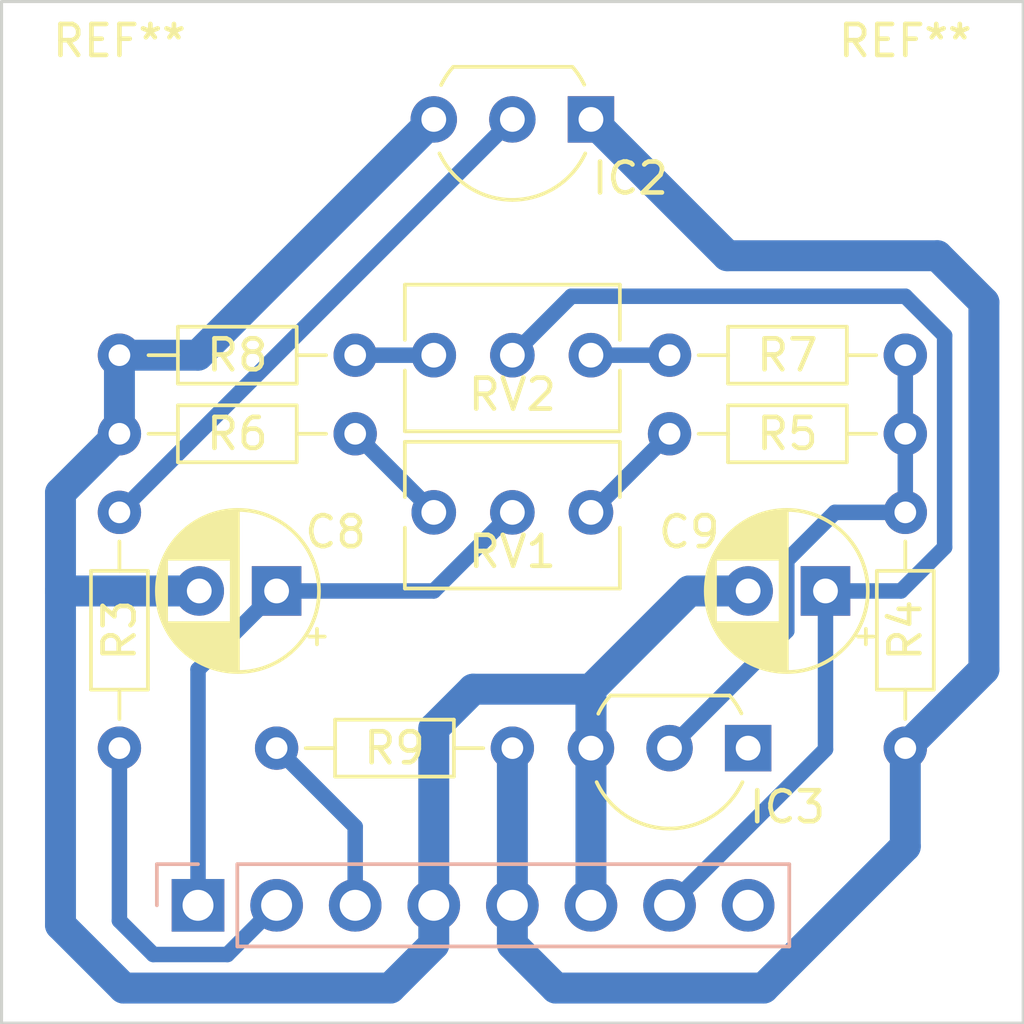
<source format=kicad_pcb>
(kicad_pcb (version 20221018) (generator pcbnew)
  (layers (0 "F.Cu" signal) (31 "B.Cu" signal) (34 "B.Paste" user) (35 "F.Paste" user) (36 "B.SilkS" user "B.Silkscreen") (37 "F.SilkS" user "F.Silkscreen") (38 "B.Mask" user) (39 "F.Mask" user) (44 "Edge.Cuts" user))
  (net 0 "")
  (net 1 "Net-(J2-Pin_1)")
  (net 2 "Net-(IC2-GND)")
  (net 3 "Net-(IC2-V_{OUT})")
  (net 4 "Net-(IC3-K)")
  (net 5 "Net-(R5-Pad2)")
  (net 6 "Net-(R6-Pad1)")
  (net 7 "Net-(R7-Pad2)")
  (net 8 "Net-(R8-Pad1)")
  (net 9 "Net-(J2-Pin_7)")
  (net 10 "Net-(IC2-+V_{S})")
  (net 11 "Net-(J2-Pin_2)")
  (net 12 "Net-(J2-Pin_3)")
  (footprint "MountingHole:MountingHole_3.2mm_M3" (layer "F.Cu") (at 67.31 58.42)
    (fp_text reference "REF**" (at 0 -2.54) (layer "F.SilkS"))
    (fp_text value "MountingHole_3.2mm_M3" hide)
    (pad "" np_thru_hole circle (at 0 0) (size 3.2 3.2) (drill 3.2) (layers "*.Cu" "*.Mask"))
  )
  (footprint "Resistor_THT:R_Axial_DIN0204_L3.6mm_D1.6mm_P7.62mm_Horizontal" (layer "F.Cu") (at 80.01 78.74 180)
    (fp_text reference "R9" (at 3.81 0) (layer "F.SilkS"))
    (fp_text value "27k" hide)
    (fp_line (start 0.94 0) (end 1.89 0) (stroke (width 0.12)) (layer "F.SilkS"))
    (fp_line (start 1.89 -0.92) (end 1.89 0.92) (stroke (width 0.12)) (layer "F.SilkS"))
    (fp_line (start 1.89 0.92) (end 5.73 0.92) (stroke (width 0.12)) (layer "F.SilkS"))
    (fp_line (start 5.73 -0.92) (end 1.89 -0.92) (stroke (width 0.12)) (layer "F.SilkS"))
    (fp_line (start 5.73 0.92) (end 5.73 -0.92) (stroke (width 0.12)) (layer "F.SilkS"))
    (fp_line (start 6.68 0) (end 5.73 0) (stroke (width 0.12)) (layer "F.SilkS"))
    (pad "1" thru_hole circle (at 0 0 180) (size 1.4 1.4) (drill 0.7) (layers "*.Cu" "*.Mask") (net 10 "Net-(IC2-+V_{S})"))
    (pad "2" thru_hole oval (at 7.62 0 180) (size 1.4 1.4) (drill 0.7) (layers "*.Cu" "*.Mask") (net 12 "Net-(J2-Pin_3)"))
  )
  (footprint "Package_TO_SOT_THT:TO-92L_Inline_Wide" (layer "F.Cu") (at 82.55 58.42 180)
    (fp_text reference "IC2" (at -1.27 -1.905 180) (layer "F.SilkS"))
    (fp_text value "TMP36" hide)
    (fp_line (start 0.6 1.7) (end 4.45 1.7) (stroke (width 0.12)) (layer "F.SilkS"))
    (fp_arc (start 0.1836 -1.098807) (mid 1.143021 -2.192817) (end 2.54 -2.6) (stroke (width 0.12)) (layer "F.SilkS"))
    (fp_arc (start 0.6 1.7) (mid 0.389183 1.423933) (end 0.217369 1.122045) (stroke (width 0.12)) (layer "F.SilkS"))
    (fp_arc (start 2.54 -2.6) (mid 3.936979 -2.192818) (end 4.8964 -1.098807) (stroke (width 0.12)) (layer "F.SilkS"))
    (fp_arc (start 4.842383 1.112264) (mid 4.666594 1.419753) (end 4.45 1.7) (stroke (width 0.12)) (layer "F.SilkS"))
    (pad "1" thru_hole rect (at 0 0 180) (size 1.5 1.5) (drill 0.8) (layers "*.Cu" "*.Mask") (net 10 "Net-(IC2-+V_{S})"))
    (pad "2" thru_hole circle (at 2.54 0 180) (size 1.5 1.5) (drill 0.8) (layers "*.Cu" "*.Mask") (net 3 "Net-(IC2-V_{OUT})"))
    (pad "3" thru_hole circle (at 5.08 0 180) (size 1.5 1.5) (drill 0.8) (layers "*.Cu" "*.Mask") (net 2 "Net-(IC2-GND)"))
  )
  (footprint "Resistor_THT:R_Axial_DIN0204_L3.6mm_D1.6mm_P7.62mm_Horizontal" (layer "F.Cu") (at 92.71 68.58 180)
    (fp_text reference "R5" (at 3.81 0) (layer "F.SilkS"))
    (fp_text value "100k" hide)
    (fp_line (start 0.94 0) (end 1.89 0) (stroke (width 0.12)) (layer "F.SilkS"))
    (fp_line (start 1.89 -0.92) (end 1.89 0.92) (stroke (width 0.12)) (layer "F.SilkS"))
    (fp_line (start 1.89 0.92) (end 5.73 0.92) (stroke (width 0.12)) (layer "F.SilkS"))
    (fp_line (start 5.73 -0.92) (end 1.89 -0.92) (stroke (width 0.12)) (layer "F.SilkS"))
    (fp_line (start 5.73 0.92) (end 5.73 -0.92) (stroke (width 0.12)) (layer "F.SilkS"))
    (fp_line (start 6.68 0) (end 5.73 0) (stroke (width 0.12)) (layer "F.SilkS"))
    (pad "1" thru_hole circle (at 0 0 180) (size 1.4 1.4) (drill 0.7) (layers "*.Cu" "*.Mask") (net 4 "Net-(IC3-K)"))
    (pad "2" thru_hole oval (at 7.62 0 180) (size 1.4 1.4) (drill 0.7) (layers "*.Cu" "*.Mask") (net 5 "Net-(R5-Pad2)"))
  )
  (footprint "MountingHole:MountingHole_3.2mm_M3" (layer "F.Cu") (at 92.71 58.42)
    (fp_text reference "REF**" (at 0 -2.54) (layer "F.SilkS"))
    (fp_text value "MountingHole_3.2mm_M3" hide)
    (pad "" np_thru_hole circle (at 0 0) (size 3.2 3.2) (drill 3.2) (layers "F&B.Cu" "*.Mask"))
  )
  (footprint "Resistor_THT:R_Axial_DIN0204_L3.6mm_D1.6mm_P7.62mm_Horizontal" (layer "F.Cu") (at 92.71 66.04 180)
    (fp_text reference "R7" (at 3.81 0) (layer "F.SilkS"))
    (fp_text value "20k" hide)
    (fp_line (start 0.94 0) (end 1.89 0) (stroke (width 0.12)) (layer "F.SilkS"))
    (fp_line (start 1.89 -0.92) (end 1.89 0.92) (stroke (width 0.12)) (layer "F.SilkS"))
    (fp_line (start 1.89 0.92) (end 5.73 0.92) (stroke (width 0.12)) (layer "F.SilkS"))
    (fp_line (start 5.73 -0.92) (end 1.89 -0.92) (stroke (width 0.12)) (layer "F.SilkS"))
    (fp_line (start 5.73 0.92) (end 5.73 -0.92) (stroke (width 0.12)) (layer "F.SilkS"))
    (fp_line (start 6.68 0) (end 5.73 0) (stroke (width 0.12)) (layer "F.SilkS"))
    (pad "1" thru_hole circle (at 0 0 180) (size 1.4 1.4) (drill 0.7) (layers "*.Cu" "*.Mask") (net 4 "Net-(IC3-K)"))
    (pad "2" thru_hole oval (at 7.62 0 180) (size 1.4 1.4) (drill 0.7) (layers "*.Cu" "*.Mask") (net 7 "Net-(R7-Pad2)"))
  )
  (footprint "Capacitor_THT:CP_Radial_D5.0mm_P2.50mm" (layer "F.Cu") (at 90.13 73.66 180)
    (fp_text reference "C9" (at 4.405 1.905) (layer "F.SilkS"))
    (fp_text value "10uF" hide)
    (fp_line (start -1.554775 -1.475) (end -1.054775 -1.475) (stroke (width 0.12)) (layer "F.SilkS"))
    (fp_line (start -1.304775 -1.725) (end -1.304775 -1.225) (stroke (width 0.12)) (layer "F.SilkS"))
    (fp_line (start 1.25 -2.58) (end 1.25 2.58) (stroke (width 0.12)) (layer "F.SilkS"))
    (fp_line (start 1.29 -2.58) (end 1.29 2.58) (stroke (width 0.12)) (layer "F.SilkS"))
    (fp_line (start 1.33 -2.579) (end 1.33 2.579) (stroke (width 0.12)) (layer "F.SilkS"))
    (fp_line (start 1.37 -2.578) (end 1.37 2.578) (stroke (width 0.12)) (layer "F.SilkS"))
    (fp_line (start 1.41 -2.576) (end 1.41 2.576) (stroke (width 0.12)) (layer "F.SilkS"))
    (fp_line (start 1.45 -2.573) (end 1.45 2.573) (stroke (width 0.12)) (layer "F.SilkS"))
    (fp_line (start 1.49 -2.569) (end 1.49 -1.04) (stroke (width 0.12)) (layer "F.SilkS"))
    (fp_line (start 1.49 1.04) (end 1.49 2.569) (stroke (width 0.12)) (layer "F.SilkS"))
    (fp_line (start 1.53 -2.565) (end 1.53 -1.04) (stroke (width 0.12)) (layer "F.SilkS"))
    (fp_line (start 1.53 1.04) (end 1.53 2.565) (stroke (width 0.12)) (layer "F.SilkS"))
    (fp_line (start 1.57 -2.561) (end 1.57 -1.04) (stroke (width 0.12)) (layer "F.SilkS"))
    (fp_line (start 1.57 1.04) (end 1.57 2.561) (stroke (width 0.12)) (layer "F.SilkS"))
    (fp_line (start 1.61 -2.556) (end 1.61 -1.04) (stroke (width 0.12)) (layer "F.SilkS"))
    (fp_line (start 1.61 1.04) (end 1.61 2.556) (stroke (width 0.12)) (layer "F.SilkS"))
    (fp_line (start 1.65 -2.55) (end 1.65 -1.04) (stroke (width 0.12)) (layer "F.SilkS"))
    (fp_line (start 1.65 1.04) (end 1.65 2.55) (stroke (width 0.12)) (layer "F.SilkS"))
    (fp_line (start 1.69 -2.543) (end 1.69 -1.04) (stroke (width 0.12)) (layer "F.SilkS"))
    (fp_line (start 1.69 1.04) (end 1.69 2.543) (stroke (width 0.12)) (layer "F.SilkS"))
    (fp_line (start 1.73 -2.536) (end 1.73 -1.04) (stroke (width 0.12)) (layer "F.SilkS"))
    (fp_line (start 1.73 1.04) (end 1.73 2.536) (stroke (width 0.12)) (layer "F.SilkS"))
    (fp_line (start 1.77 -2.528) (end 1.77 -1.04) (stroke (width 0.12)) (layer "F.SilkS"))
    (fp_line (start 1.77 1.04) (end 1.77 2.528) (stroke (width 0.12)) (layer "F.SilkS"))
    (fp_line (start 1.81 -2.52) (end 1.81 -1.04) (stroke (width 0.12)) (layer "F.SilkS"))
    (fp_line (start 1.81 1.04) (end 1.81 2.52) (stroke (width 0.12)) (layer "F.SilkS"))
    (fp_line (start 1.85 -2.511) (end 1.85 -1.04) (stroke (width 0.12)) (layer "F.SilkS"))
    (fp_line (start 1.85 1.04) (end 1.85 2.511) (stroke (width 0.12)) (layer "F.SilkS"))
    (fp_line (start 1.89 -2.501) (end 1.89 -1.04) (stroke (width 0.12)) (layer "F.SilkS"))
    (fp_line (start 1.89 1.04) (end 1.89 2.501) (stroke (width 0.12)) (layer "F.SilkS"))
    (fp_line (start 1.93 -2.491) (end 1.93 -1.04) (stroke (width 0.12)) (layer "F.SilkS"))
    (fp_line (start 1.93 1.04) (end 1.93 2.491) (stroke (width 0.12)) (layer "F.SilkS"))
    (fp_line (start 1.971 -2.48) (end 1.971 -1.04) (stroke (width 0.12)) (layer "F.SilkS"))
    (fp_line (start 1.971 1.04) (end 1.971 2.48) (stroke (width 0.12)) (layer "F.SilkS"))
    (fp_line (start 2.011 -2.468) (end 2.011 -1.04) (stroke (width 0.12)) (layer "F.SilkS"))
    (fp_line (start 2.011 1.04) (end 2.011 2.468) (stroke (width 0.12)) (layer "F.SilkS"))
    (fp_line (start 2.051 -2.455) (end 2.051 -1.04) (stroke (width 0.12)) (layer "F.SilkS"))
    (fp_line (start 2.051 1.04) (end 2.051 2.455) (stroke (width 0.12)) (layer "F.SilkS"))
    (fp_line (start 2.091 -2.442) (end 2.091 -1.04) (stroke (width 0.12)) (layer "F.SilkS"))
    (fp_line (start 2.091 1.04) (end 2.091 2.442) (stroke (width 0.12)) (layer "F.SilkS"))
    (fp_line (start 2.131 -2.428) (end 2.131 -1.04) (stroke (width 0.12)) (layer "F.SilkS"))
    (fp_line (start 2.131 1.04) (end 2.131 2.428) (stroke (width 0.12)) (layer "F.SilkS"))
    (fp_line (start 2.171 -2.414) (end 2.171 -1.04) (stroke (width 0.12)) (layer "F.SilkS"))
    (fp_line (start 2.171 1.04) (end 2.171 2.414) (stroke (width 0.12)) (layer "F.SilkS"))
    (fp_line (start 2.211 -2.398) (end 2.211 -1.04) (stroke (width 0.12)) (layer "F.SilkS"))
    (fp_line (start 2.211 1.04) (end 2.211 2.398) (stroke (width 0.12)) (layer "F.SilkS"))
    (fp_line (start 2.251 -2.382) (end 2.251 -1.04) (stroke (width 0.12)) (layer "F.SilkS"))
    (fp_line (start 2.251 1.04) (end 2.251 2.382) (stroke (width 0.12)) (layer "F.SilkS"))
    (fp_line (start 2.291 -2.365) (end 2.291 -1.04) (stroke (width 0.12)) (layer "F.SilkS"))
    (fp_line (start 2.291 1.04) (end 2.291 2.365) (stroke (width 0.12)) (layer "F.SilkS"))
    (fp_line (start 2.331 -2.348) (end 2.331 -1.04) (stroke (width 0.12)) (layer "F.SilkS"))
    (fp_line (start 2.331 1.04) (end 2.331 2.348) (stroke (width 0.12)) (layer "F.SilkS"))
    (fp_line (start 2.371 -2.329) (end 2.371 -1.04) (stroke (width 0.12)) (layer "F.SilkS"))
    (fp_line (start 2.371 1.04) (end 2.371 2.329) (stroke (width 0.12)) (layer "F.SilkS"))
    (fp_line (start 2.411 -2.31) (end 2.411 -1.04) (stroke (width 0.12)) (layer "F.SilkS"))
    (fp_line (start 2.411 1.04) (end 2.411 2.31) (stroke (width 0.12)) (layer "F.SilkS"))
    (fp_line (start 2.451 -2.29) (end 2.451 -1.04) (stroke (width 0.12)) (layer "F.SilkS"))
    (fp_line (start 2.451 1.04) (end 2.451 2.29) (stroke (width 0.12)) (layer "F.SilkS"))
    (fp_line (start 2.491 -2.268) (end 2.491 -1.04) (stroke (width 0.12)) (layer "F.SilkS"))
    (fp_line (start 2.491 1.04) (end 2.491 2.268) (stroke (width 0.12)) (layer "F.SilkS"))
    (fp_line (start 2.531 -2.247) (end 2.531 -1.04) (stroke (width 0.12)) (layer "F.SilkS"))
    (fp_line (start 2.531 1.04) (end 2.531 2.247) (stroke (width 0.12)) (layer "F.SilkS"))
    (fp_line (start 2.571 -2.224) (end 2.571 -1.04) (stroke (width 0.12)) (layer "F.SilkS"))
    (fp_line (start 2.571 1.04) (end 2.571 2.224) (stroke (width 0.12)) (layer "F.SilkS"))
    (fp_line (start 2.611 -2.2) (end 2.611 -1.04) (stroke (width 0.12)) (layer "F.SilkS"))
    (fp_line (start 2.611 1.04) (end 2.611 2.2) (stroke (width 0.12)) (layer "F.SilkS"))
    (fp_line (start 2.651 -2.175) (end 2.651 -1.04) (stroke (width 0.12)) (layer "F.SilkS"))
    (fp_line (start 2.651 1.04) (end 2.651 2.175) (stroke (width 0.12)) (layer "F.SilkS"))
    (fp_line (start 2.691 -2.149) (end 2.691 -1.04) (stroke (width 0.12)) (layer "F.SilkS"))
    (fp_line (start 2.691 1.04) (end 2.691 2.149) (stroke (width 0.12)) (layer "F.SilkS"))
    (fp_line (start 2.731 -2.122) (end 2.731 -1.04) (stroke (width 0.12)) (layer "F.SilkS"))
    (fp_line (start 2.731 1.04) (end 2.731 2.122) (stroke (width 0.12)) (layer "F.SilkS"))
    (fp_line (start 2.771 -2.095) (end 2.771 -1.04) (stroke (width 0.12)) (layer "F.SilkS"))
    (fp_line (start 2.771 1.04) (end 2.771 2.095) (stroke (width 0.12)) (layer "F.SilkS"))
    (fp_line (start 2.811 -2.065) (end 2.811 -1.04) (stroke (width 0.12)) (layer "F.SilkS"))
    (fp_line (start 2.811 1.04) (end 2.811 2.065) (stroke (width 0.12)) (layer "F.SilkS"))
    (fp_line (start 2.851 -2.035) (end 2.851 -1.04) (stroke (width 0.12)) (layer "F.SilkS"))
    (fp_line (start 2.851 1.04) (end 2.851 2.035) (stroke (width 0.12)) (layer "F.SilkS"))
    (fp_line (start 2.891 -2.004) (end 2.891 -1.04) (stroke (width 0.12)) (layer "F.SilkS"))
    (fp_line (start 2.891 1.04) (end 2.891 2.004) (stroke (width 0.12)) (layer "F.SilkS"))
    (fp_line (start 2.931 -1.971) (end 2.931 -1.04) (stroke (width 0.12)) (layer "F.SilkS"))
    (fp_line (start 2.931 1.04) (end 2.931 1.971) (stroke (width 0.12)) (layer "F.SilkS"))
    (fp_line (start 2.971 -1.937) (end 2.971 -1.04) (stroke (width 0.12)) (layer "F.SilkS"))
    (fp_line (start 2.971 1.04) (end 2.971 1.937) (stroke (width 0.12)) (layer "F.SilkS"))
    (fp_line (start 3.011 -1.901) (end 3.011 -1.04) (stroke (width 0.12)) (layer "F.SilkS"))
    (fp_line (start 3.011 1.04) (end 3.011 1.901) (stroke (width 0.12)) (layer "F.SilkS"))
    (fp_line (start 3.051 -1.864) (end 3.051 -1.04) (stroke (width 0.12)) (layer "F.SilkS"))
    (fp_line (start 3.051 1.04) (end 3.051 1.864) (stroke (width 0.12)) (layer "F.SilkS"))
    (fp_line (start 3.091 -1.826) (end 3.091 -1.04) (stroke (width 0.12)) (layer "F.SilkS"))
    (fp_line (start 3.091 1.04) (end 3.091 1.826) (stroke (width 0.12)) (layer "F.SilkS"))
    (fp_line (start 3.131 -1.785) (end 3.131 -1.04) (stroke (width 0.12)) (layer "F.SilkS"))
    (fp_line (start 3.131 1.04) (end 3.131 1.785) (stroke (width 0.12)) (layer "F.SilkS"))
    (fp_line (start 3.171 -1.743) (end 3.171 -1.04) (stroke (width 0.12)) (layer "F.SilkS"))
    (fp_line (start 3.171 1.04) (end 3.171 1.743) (stroke (width 0.12)) (layer "F.SilkS"))
    (fp_line (start 3.211 -1.699) (end 3.211 -1.04) (stroke (width 0.12)) (layer "F.SilkS"))
    (fp_line (start 3.211 1.04) (end 3.211 1.699) (stroke (width 0.12)) (layer "F.SilkS"))
    (fp_line (start 3.251 -1.653) (end 3.251 -1.04) (stroke (width 0.12)) (layer "F.SilkS"))
    (fp_line (start 3.251 1.04) (end 3.251 1.653) (stroke (width 0.12)) (layer "F.SilkS"))
    (fp_line (start 3.291 -1.605) (end 3.291 -1.04) (stroke (width 0.12)) (layer "F.SilkS"))
    (fp_line (start 3.291 1.04) (end 3.291 1.605) (stroke (width 0.12)) (layer "F.SilkS"))
    (fp_line (start 3.331 -1.554) (end 3.331 -1.04) (stroke (width 0.12)) (layer "F.SilkS"))
    (fp_line (start 3.331 1.04) (end 3.331 1.554) (stroke (width 0.12)) (layer "F.SilkS"))
    (fp_line (start 3.371 -1.5) (end 3.371 -1.04) (stroke (width 0.12)) (layer "F.SilkS"))
    (fp_line (start 3.371 1.04) (end 3.371 1.5) (stroke (width 0.12)) (layer "F.SilkS"))
    (fp_line (start 3.411 -1.443) (end 3.411 -1.04) (stroke (width 0.12)) (layer "F.SilkS"))
    (fp_line (start 3.411 1.04) (end 3.411 1.443) (stroke (width 0.12)) (layer "F.SilkS"))
    (fp_line (start 3.451 -1.383) (end 3.451 -1.04) (stroke (width 0.12)) (layer "F.SilkS"))
    (fp_line (start 3.451 1.04) (end 3.451 1.383) (stroke (width 0.12)) (layer "F.SilkS"))
    (fp_line (start 3.491 -1.319) (end 3.491 -1.04) (stroke (width 0.12)) (layer "F.SilkS"))
    (fp_line (start 3.491 1.04) (end 3.491 1.319) (stroke (width 0.12)) (layer "F.SilkS"))
    (fp_line (start 3.531 -1.251) (end 3.531 -1.04) (stroke (width 0.12)) (layer "F.SilkS"))
    (fp_line (start 3.531 1.04) (end 3.531 1.251) (stroke (width 0.12)) (layer "F.SilkS"))
    (fp_line (start 3.571 -1.178) (end 3.571 1.178) (stroke (width 0.12)) (layer "F.SilkS"))
    (fp_line (start 3.611 -1.098) (end 3.611 1.098) (stroke (width 0.12)) (layer "F.SilkS"))
    (fp_line (start 3.651 -1.011) (end 3.651 1.011) (stroke (width 0.12)) (layer "F.SilkS"))
    (fp_line (start 3.691 -0.915) (end 3.691 0.915) (stroke (width 0.12)) (layer "F.SilkS"))
    (fp_line (start 3.731 -0.805) (end 3.731 0.805) (stroke (width 0.12)) (layer "F.SilkS"))
    (fp_line (start 3.771 -0.677) (end 3.771 0.677) (stroke (width 0.12)) (layer "F.SilkS"))
    (fp_line (start 3.811 -0.518) (end 3.811 0.518) (stroke (width 0.12)) (layer "F.SilkS"))
    (fp_line (start 3.851 -0.284) (end 3.851 0.284) (stroke (width 0.12)) (layer "F.SilkS"))
    (fp_circle (center 1.25 0) (end 3.87 0) (stroke (width 0.12)) (fill none) (layer "F.SilkS"))
    (pad "1" thru_hole rect (at 0 0 180) (size 1.6 1.6) (drill 0.8) (layers "*.Cu" "*.Mask") (net 9 "Net-(J2-Pin_7)"))
    (pad "2" thru_hole circle (at 2.5 0 180) (size 1.6 1.6) (drill 0.8) (layers "*.Cu" "*.Mask") (net 2 "Net-(IC2-GND)"))
  )
  (footprint "Capacitor_THT:CP_Radial_D5.0mm_P2.50mm" (layer "F.Cu") (at 72.39 73.66 180)
    (fp_text reference "C8" (at -1.905 1.905 180) (layer "F.SilkS"))
    (fp_text value "10uF" hide)
    (fp_line (start -1.554775 -1.475) (end -1.054775 -1.475) (stroke (width 0.12)) (layer "F.SilkS"))
    (fp_line (start -1.304775 -1.725) (end -1.304775 -1.225) (stroke (width 0.12)) (layer "F.SilkS"))
    (fp_line (start 1.25 -2.58) (end 1.25 2.58) (stroke (width 0.12)) (layer "F.SilkS"))
    (fp_line (start 1.29 -2.58) (end 1.29 2.58) (stroke (width 0.12)) (layer "F.SilkS"))
    (fp_line (start 1.33 -2.579) (end 1.33 2.579) (stroke (width 0.12)) (layer "F.SilkS"))
    (fp_line (start 1.37 -2.578) (end 1.37 2.578) (stroke (width 0.12)) (layer "F.SilkS"))
    (fp_line (start 1.41 -2.576) (end 1.41 2.576) (stroke (width 0.12)) (layer "F.SilkS"))
    (fp_line (start 1.45 -2.573) (end 1.45 2.573) (stroke (width 0.12)) (layer "F.SilkS"))
    (fp_line (start 1.49 -2.569) (end 1.49 -1.04) (stroke (width 0.12)) (layer "F.SilkS"))
    (fp_line (start 1.49 1.04) (end 1.49 2.569) (stroke (width 0.12)) (layer "F.SilkS"))
    (fp_line (start 1.53 -2.565) (end 1.53 -1.04) (stroke (width 0.12)) (layer "F.SilkS"))
    (fp_line (start 1.53 1.04) (end 1.53 2.565) (stroke (width 0.12)) (layer "F.SilkS"))
    (fp_line (start 1.57 -2.561) (end 1.57 -1.04) (stroke (width 0.12)) (layer "F.SilkS"))
    (fp_line (start 1.57 1.04) (end 1.57 2.561) (stroke (width 0.12)) (layer "F.SilkS"))
    (fp_line (start 1.61 -2.556) (end 1.61 -1.04) (stroke (width 0.12)) (layer "F.SilkS"))
    (fp_line (start 1.61 1.04) (end 1.61 2.556) (stroke (width 0.12)) (layer "F.SilkS"))
    (fp_line (start 1.65 -2.55) (end 1.65 -1.04) (stroke (width 0.12)) (layer "F.SilkS"))
    (fp_line (start 1.65 1.04) (end 1.65 2.55) (stroke (width 0.12)) (layer "F.SilkS"))
    (fp_line (start 1.69 -2.543) (end 1.69 -1.04) (stroke (width 0.12)) (layer "F.SilkS"))
    (fp_line (start 1.69 1.04) (end 1.69 2.543) (stroke (width 0.12)) (layer "F.SilkS"))
    (fp_line (start 1.73 -2.536) (end 1.73 -1.04) (stroke (width 0.12)) (layer "F.SilkS"))
    (fp_line (start 1.73 1.04) (end 1.73 2.536) (stroke (width 0.12)) (layer "F.SilkS"))
    (fp_line (start 1.77 -2.528) (end 1.77 -1.04) (stroke (width 0.12)) (layer "F.SilkS"))
    (fp_line (start 1.77 1.04) (end 1.77 2.528) (stroke (width 0.12)) (layer "F.SilkS"))
    (fp_line (start 1.81 -2.52) (end 1.81 -1.04) (stroke (width 0.12)) (layer "F.SilkS"))
    (fp_line (start 1.81 1.04) (end 1.81 2.52) (stroke (width 0.12)) (layer "F.SilkS"))
    (fp_line (start 1.85 -2.511) (end 1.85 -1.04) (stroke (width 0.12)) (layer "F.SilkS"))
    (fp_line (start 1.85 1.04) (end 1.85 2.511) (stroke (width 0.12)) (layer "F.SilkS"))
    (fp_line (start 1.89 -2.501) (end 1.89 -1.04) (stroke (width 0.12)) (layer "F.SilkS"))
    (fp_line (start 1.89 1.04) (end 1.89 2.501) (stroke (width 0.12)) (layer "F.SilkS"))
    (fp_line (start 1.93 -2.491) (end 1.93 -1.04) (stroke (width 0.12)) (layer "F.SilkS"))
    (fp_line (start 1.93 1.04) (end 1.93 2.491) (stroke (width 0.12)) (layer "F.SilkS"))
    (fp_line (start 1.971 -2.48) (end 1.971 -1.04) (stroke (width 0.12)) (layer "F.SilkS"))
    (fp_line (start 1.971 1.04) (end 1.971 2.48) (stroke (width 0.12)) (layer "F.SilkS"))
    (fp_line (start 2.011 -2.468) (end 2.011 -1.04) (stroke (width 0.12)) (layer "F.SilkS"))
    (fp_line (start 2.011 1.04) (end 2.011 2.468) (stroke (width 0.12)) (layer "F.SilkS"))
    (fp_line (start 2.051 -2.455) (end 2.051 -1.04) (stroke (width 0.12)) (layer "F.SilkS"))
    (fp_line (start 2.051 1.04) (end 2.051 2.455) (stroke (width 0.12)) (layer "F.SilkS"))
    (fp_line (start 2.091 -2.442) (end 2.091 -1.04) (stroke (width 0.12)) (layer "F.SilkS"))
    (fp_line (start 2.091 1.04) (end 2.091 2.442) (stroke (width 0.12)) (layer "F.SilkS"))
    (fp_line (start 2.131 -2.428) (end 2.131 -1.04) (stroke (width 0.12)) (layer "F.SilkS"))
    (fp_line (start 2.131 1.04) (end 2.131 2.428) (stroke (width 0.12)) (layer "F.SilkS"))
    (fp_line (start 2.171 -2.414) (end 2.171 -1.04) (stroke (width 0.12)) (layer "F.SilkS"))
    (fp_line (start 2.171 1.04) (end 2.171 2.414) (stroke (width 0.12)) (layer "F.SilkS"))
    (fp_line (start 2.211 -2.398) (end 2.211 -1.04) (stroke (width 0.12)) (layer "F.SilkS"))
    (fp_line (start 2.211 1.04) (end 2.211 2.398) (stroke (width 0.12)) (layer "F.SilkS"))
    (fp_line (start 2.251 -2.382) (end 2.251 -1.04) (stroke (width 0.12)) (layer "F.SilkS"))
    (fp_line (start 2.251 1.04) (end 2.251 2.382) (stroke (width 0.12)) (layer "F.SilkS"))
    (fp_line (start 2.291 -2.365) (end 2.291 -1.04) (stroke (width 0.12)) (layer "F.SilkS"))
    (fp_line (start 2.291 1.04) (end 2.291 2.365) (stroke (width 0.12)) (layer "F.SilkS"))
    (fp_line (start 2.331 -2.348) (end 2.331 -1.04) (stroke (width 0.12)) (layer "F.SilkS"))
    (fp_line (start 2.331 1.04) (end 2.331 2.348) (stroke (width 0.12)) (layer "F.SilkS"))
    (fp_line (start 2.371 -2.329) (end 2.371 -1.04) (stroke (width 0.12)) (layer "F.SilkS"))
    (fp_line (start 2.371 1.04) (end 2.371 2.329) (stroke (width 0.12)) (layer "F.SilkS"))
    (fp_line (start 2.411 -2.31) (end 2.411 -1.04) (stroke (width 0.12)) (layer "F.SilkS"))
    (fp_line (start 2.411 1.04) (end 2.411 2.31) (stroke (width 0.12)) (layer "F.SilkS"))
    (fp_line (start 2.451 -2.29) (end 2.451 -1.04) (stroke (width 0.12)) (layer "F.SilkS"))
    (fp_line (start 2.451 1.04) (end 2.451 2.29) (stroke (width 0.12)) (layer "F.SilkS"))
    (fp_line (start 2.491 -2.268) (end 2.491 -1.04) (stroke (width 0.12)) (layer "F.SilkS"))
    (fp_line (start 2.491 1.04) (end 2.491 2.268) (stroke (width 0.12)) (layer "F.SilkS"))
    (fp_line (start 2.531 -2.247) (end 2.531 -1.04) (stroke (width 0.12)) (layer "F.SilkS"))
    (fp_line (start 2.531 1.04) (end 2.531 2.247) (stroke (width 0.12)) (layer "F.SilkS"))
    (fp_line (start 2.571 -2.224) (end 2.571 -1.04) (stroke (width 0.12)) (layer "F.SilkS"))
    (fp_line (start 2.571 1.04) (end 2.571 2.224) (stroke (width 0.12)) (layer "F.SilkS"))
    (fp_line (start 2.611 -2.2) (end 2.611 -1.04) (stroke (width 0.12)) (layer "F.SilkS"))
    (fp_line (start 2.611 1.04) (end 2.611 2.2) (stroke (width 0.12)) (layer "F.SilkS"))
    (fp_line (start 2.651 -2.175) (end 2.651 -1.04) (stroke (width 0.12)) (layer "F.SilkS"))
    (fp_line (start 2.651 1.04) (end 2.651 2.175) (stroke (width 0.12)) (layer "F.SilkS"))
    (fp_line (start 2.691 -2.149) (end 2.691 -1.04) (stroke (width 0.12)) (layer "F.SilkS"))
    (fp_line (start 2.691 1.04) (end 2.691 2.149) (stroke (width 0.12)) (layer "F.SilkS"))
    (fp_line (start 2.731 -2.122) (end 2.731 -1.04) (stroke (width 0.12)) (layer "F.SilkS"))
    (fp_line (start 2.731 1.04) (end 2.731 2.122) (stroke (width 0.12)) (layer "F.SilkS"))
    (fp_line (start 2.771 -2.095) (end 2.771 -1.04) (stroke (width 0.12)) (layer "F.SilkS"))
    (fp_line (start 2.771 1.04) (end 2.771 2.095) (stroke (width 0.12)) (layer "F.SilkS"))
    (fp_line (start 2.811 -2.065) (end 2.811 -1.04) (stroke (width 0.12)) (layer "F.SilkS"))
    (fp_line (start 2.811 1.04) (end 2.811 2.065) (stroke (width 0.12)) (layer "F.SilkS"))
    (fp_line (start 2.851 -2.035) (end 2.851 -1.04) (stroke (width 0.12)) (layer "F.SilkS"))
    (fp_line (start 2.851 1.04) (end 2.851 2.035) (stroke (width 0.12)) (layer "F.SilkS"))
    (fp_line (start 2.891 -2.004) (end 2.891 -1.04) (stroke (width 0.12)) (layer "F.SilkS"))
    (fp_line (start 2.891 1.04) (end 2.891 2.004) (stroke (width 0.12)) (layer "F.SilkS"))
    (fp_line (start 2.931 -1.971) (end 2.931 -1.04) (stroke (width 0.12)) (layer "F.SilkS"))
    (fp_line (start 2.931 1.04) (end 2.931 1.971) (stroke (width 0.12)) (layer "F.SilkS"))
    (fp_line (start 2.971 -1.937) (end 2.971 -1.04) (stroke (width 0.12)) (layer "F.SilkS"))
    (fp_line (start 2.971 1.04) (end 2.971 1.937) (stroke (width 0.12)) (layer "F.SilkS"))
    (fp_line (start 3.011 -1.901) (end 3.011 -1.04) (stroke (width 0.12)) (layer "F.SilkS"))
    (fp_line (start 3.011 1.04) (end 3.011 1.901) (stroke (width 0.12)) (layer "F.SilkS"))
    (fp_line (start 3.051 -1.864) (end 3.051 -1.04) (stroke (width 0.12)) (layer "F.SilkS"))
    (fp_line (start 3.051 1.04) (end 3.051 1.864) (stroke (width 0.12)) (layer "F.SilkS"))
    (fp_line (start 3.091 -1.826) (end 3.091 -1.04) (stroke (width 0.12)) (layer "F.SilkS"))
    (fp_line (start 3.091 1.04) (end 3.091 1.826) (stroke (width 0.12)) (layer "F.SilkS"))
    (fp_line (start 3.131 -1.785) (end 3.131 -1.04) (stroke (width 0.12)) (layer "F.SilkS"))
    (fp_line (start 3.131 1.04) (end 3.131 1.785) (stroke (width 0.12)) (layer "F.SilkS"))
    (fp_line (start 3.171 -1.743) (end 3.171 -1.04) (stroke (width 0.12)) (layer "F.SilkS"))
    (fp_line (start 3.171 1.04) (end 3.171 1.743) (stroke (width 0.12)) (layer "F.SilkS"))
    (fp_line (start 3.211 -1.699) (end 3.211 -1.04) (stroke (width 0.12)) (layer "F.SilkS"))
    (fp_line (start 3.211 1.04) (end 3.211 1.699) (stroke (width 0.12)) (layer "F.SilkS"))
    (fp_line (start 3.251 -1.653) (end 3.251 -1.04) (stroke (width 0.12)) (layer "F.SilkS"))
    (fp_line (start 3.251 1.04) (end 3.251 1.653) (stroke (width 0.12)) (layer "F.SilkS"))
    (fp_line (start 3.291 -1.605) (end 3.291 -1.04) (stroke (width 0.12)) (layer "F.SilkS"))
    (fp_line (start 3.291 1.04) (end 3.291 1.605) (stroke (width 0.12)) (layer "F.SilkS"))
    (fp_line (start 3.331 -1.554) (end 3.331 -1.04) (stroke (width 0.12)) (layer "F.SilkS"))
    (fp_line (start 3.331 1.04) (end 3.331 1.554) (stroke (width 0.12)) (layer "F.SilkS"))
    (fp_line (start 3.371 -1.5) (end 3.371 -1.04) (stroke (width 0.12)) (layer "F.SilkS"))
    (fp_line (start 3.371 1.04) (end 3.371 1.5) (stroke (width 0.12)) (layer "F.SilkS"))
    (fp_line (start 3.411 -1.443) (end 3.411 -1.04) (stroke (width 0.12)) (layer "F.SilkS"))
    (fp_line (start 3.411 1.04) (end 3.411 1.443) (stroke (width 0.12)) (layer "F.SilkS"))
    (fp_line (start 3.451 -1.383) (end 3.451 -1.04) (stroke (width 0.12)) (layer "F.SilkS"))
    (fp_line (start 3.451 1.04) (end 3.451 1.383) (stroke (width 0.12)) (layer "F.SilkS"))
    (fp_line (start 3.491 -1.319) (end 3.491 -1.04) (stroke (width 0.12)) (layer "F.SilkS"))
    (fp_line (start 3.491 1.04) (end 3.491 1.319) (stroke (width 0.12)) (layer "F.SilkS"))
    (fp_line (start 3.531 -1.251) (end 3.531 -1.04) (stroke (width 0.12)) (layer "F.SilkS"))
    (fp_line (start 3.531 1.04) (end 3.531 1.251) (stroke (width 0.12)) (layer "F.SilkS"))
    (fp_line (start 3.571 -1.178) (end 3.571 1.178) (stroke (width 0.12)) (layer "F.SilkS"))
    (fp_line (start 3.611 -1.098) (end 3.611 1.098) (stroke (width 0.12)) (layer "F.SilkS"))
    (fp_line (start 3.651 -1.011) (end 3.651 1.011) (stroke (width 0.12)) (layer "F.SilkS"))
    (fp_line (start 3.691 -0.915) (end 3.691 0.915) (stroke (width 0.12)) (layer "F.SilkS"))
    (fp_line (start 3.731 -0.805) (end 3.731 0.805) (stroke (width 0.12)) (layer "F.SilkS"))
    (fp_line (start 3.771 -0.677) (end 3.771 0.677) (stroke (width 0.12)) (layer "F.SilkS"))
    (fp_line (start 3.811 -0.518) (end 3.811 0.518) (stroke (width 0.12)) (layer "F.SilkS"))
    (fp_line (start 3.851 -0.284) (end 3.851 0.284) (stroke (width 0.12)) (layer "F.SilkS"))
    (fp_circle (center 1.25 0) (end 3.87 0) (stroke (width 0.12)) (fill none) (layer "F.SilkS"))
    (pad "1" thru_hole rect (at 0 0 180) (size 1.6 1.6) (drill 0.8) (layers "*.Cu" "*.Mask") (net 1 "Net-(J2-Pin_1)"))
    (pad "2" thru_hole circle (at 2.5 0 180) (size 1.6 1.6) (drill 0.8) (layers "*.Cu" "*.Mask") (net 2 "Net-(IC2-GND)"))
  )
  (footprint "Resistor_THT:R_Axial_DIN0204_L3.6mm_D1.6mm_P7.62mm_Horizontal" (layer "F.Cu") (at 74.93 68.58 180)
    (fp_text reference "R6" (at 3.81 0) (layer "F.SilkS"))
    (fp_text value "68k" hide)
    (fp_line (start 0.94 0) (end 1.89 0) (stroke (width 0.12)) (layer "F.SilkS"))
    (fp_line (start 1.89 -0.92) (end 1.89 0.92) (stroke (width 0.12)) (layer "F.SilkS"))
    (fp_line (start 1.89 0.92) (end 5.73 0.92) (stroke (width 0.12)) (layer "F.SilkS"))
    (fp_line (start 5.73 -0.92) (end 1.89 -0.92) (stroke (width 0.12)) (layer "F.SilkS"))
    (fp_line (start 5.73 0.92) (end 5.73 -0.92) (stroke (width 0.12)) (layer "F.SilkS"))
    (fp_line (start 6.68 0) (end 5.73 0) (stroke (width 0.12)) (layer "F.SilkS"))
    (pad "1" thru_hole circle (at 0 0 180) (size 1.4 1.4) (drill 0.7) (layers "*.Cu" "*.Mask") (net 6 "Net-(R6-Pad1)"))
    (pad "2" thru_hole oval (at 7.62 0 180) (size 1.4 1.4) (drill 0.7) (layers "*.Cu" "*.Mask") (net 2 "Net-(IC2-GND)"))
  )
  (footprint "Potentiometer_THT:Potentiometer_Bourns_3266Y_Vertical" (layer "F.Cu") (at 82.55 66.04)
    (fp_text reference "RV2" (at -2.54 1.27) (layer "F.SilkS"))
    (fp_text value "10k" hide)
    (fp_line (start -6.015 -2.28) (end -6.015 -0.494) (stroke (width 0.12)) (layer "F.SilkS"))
    (fp_line (start -6.015 -2.28) (end 0.935 -2.28) (stroke (width 0.12)) (layer "F.SilkS"))
    (fp_line (start -6.015 0.496) (end -6.015 2.46) (stroke (width 0.12)) (layer "F.SilkS"))
    (fp_line (start -6.015 2.46) (end 0.935 2.46) (stroke (width 0.12)) (layer "F.SilkS"))
    (fp_line (start 0.935 -2.28) (end 0.935 -0.494) (stroke (width 0.12)) (layer "F.SilkS"))
    (fp_line (start 0.935 0.496) (end 0.935 2.46) (stroke (width 0.12)) (layer "F.SilkS"))
    (pad "1" thru_hole circle (at 0 0) (size 1.44 1.44) (drill 0.8) (layers "*.Cu" "*.Mask") (net 7 "Net-(R7-Pad2)"))
    (pad "2" thru_hole circle (at -2.54 0) (size 1.44 1.44) (drill 0.8) (layers "*.Cu" "*.Mask") (net 9 "Net-(J2-Pin_7)"))
    (pad "3" thru_hole circle (at -5.08 0) (size 1.44 1.44) (drill 0.8) (layers "*.Cu" "*.Mask") (net 8 "Net-(R8-Pad1)"))
  )
  (footprint "Resistor_THT:R_Axial_DIN0204_L3.6mm_D1.6mm_P7.62mm_Horizontal" (layer "F.Cu") (at 74.93 66.04 180)
    (fp_text reference "R8" (at 3.81 0) (layer "F.SilkS"))
    (fp_text value "100k" hide)
    (fp_line (start 0.94 0) (end 1.89 0) (stroke (width 0.12)) (layer "F.SilkS"))
    (fp_line (start 1.89 -0.92) (end 1.89 0.92) (stroke (width 0.12)) (layer "F.SilkS"))
    (fp_line (start 1.89 0.92) (end 5.73 0.92) (stroke (width 0.12)) (layer "F.SilkS"))
    (fp_line (start 5.73 -0.92) (end 1.89 -0.92) (stroke (width 0.12)) (layer "F.SilkS"))
    (fp_line (start 5.73 0.92) (end 5.73 -0.92) (stroke (width 0.12)) (layer "F.SilkS"))
    (fp_line (start 6.68 0) (end 5.73 0) (stroke (width 0.12)) (layer "F.SilkS"))
    (pad "1" thru_hole circle (at 0 0 180) (size 1.4 1.4) (drill 0.7) (layers "*.Cu" "*.Mask") (net 8 "Net-(R8-Pad1)"))
    (pad "2" thru_hole oval (at 7.62 0 180) (size 1.4 1.4) (drill 0.7) (layers "*.Cu" "*.Mask") (net 2 "Net-(IC2-GND)"))
  )
  (footprint "Resistor_THT:R_Axial_DIN0204_L3.6mm_D1.6mm_P7.62mm_Horizontal" (layer "F.Cu") (at 67.31 71.12 -90)
    (fp_text reference "R3" (at 3.81 0 90) (layer "F.SilkS"))
    (fp_text value "33k" hide)
    (fp_line (start 0.94 0) (end 1.89 0) (stroke (width 0.12)) (layer "F.SilkS"))
    (fp_line (start 1.89 -0.92) (end 1.89 0.92) (stroke (width 0.12)) (layer "F.SilkS"))
    (fp_line (start 1.89 0.92) (end 5.73 0.92) (stroke (width 0.12)) (layer "F.SilkS"))
    (fp_line (start 5.73 -0.92) (end 1.89 -0.92) (stroke (width 0.12)) (layer "F.SilkS"))
    (fp_line (start 5.73 0.92) (end 5.73 -0.92) (stroke (width 0.12)) (layer "F.SilkS"))
    (fp_line (start 6.68 0) (end 5.73 0) (stroke (width 0.12)) (layer "F.SilkS"))
    (pad "1" thru_hole circle (at 0 0 270) (size 1.4 1.4) (drill 0.7) (layers "*.Cu" "*.Mask") (net 3 "Net-(IC2-V_{OUT})"))
    (pad "2" thru_hole oval (at 7.62 0 270) (size 1.4 1.4) (drill 0.7) (layers "*.Cu" "*.Mask") (net 11 "Net-(J2-Pin_2)"))
  )
  (footprint "Package_TO_SOT_THT:TO-92L_Inline_Wide" (layer "F.Cu") (at 87.63 78.74 180)
    (fp_text reference "IC3" (at -1.27 -1.905 180) (layer "F.SilkS"))
    (fp_text value "LM285Z-1.2" hide)
    (fp_line (start 0.6 1.7) (end 4.45 1.7) (stroke (width 0.12)) (layer "F.SilkS"))
    (fp_arc (start 0.1836 -1.098807) (mid 1.143021 -2.192817) (end 2.54 -2.6) (stroke (width 0.12)) (layer "F.SilkS"))
    (fp_arc (start 0.6 1.7) (mid 0.389183 1.423933) (end 0.217369 1.122045) (stroke (width 0.12)) (layer "F.SilkS"))
    (fp_arc (start 2.54 -2.6) (mid 3.936979 -2.192818) (end 4.8964 -1.098807) (stroke (width 0.12)) (layer "F.SilkS"))
    (fp_arc (start 4.842383 1.112264) (mid 4.666594 1.419753) (end 4.45 1.7) (stroke (width 0.12)) (layer "F.SilkS"))
    (pad "1" thru_hole rect (at 0 0 180) (size 1.5 1.5) (drill 0.8) (layers "*.Cu" "*.Mask"))
    (pad "2" thru_hole circle (at 2.54 0 180) (size 1.5 1.5) (drill 0.8) (layers "*.Cu" "*.Mask") (net 4 "Net-(IC3-K)"))
    (pad "3" thru_hole circle (at 5.08 0 180) (size 1.5 1.5) (drill 0.8) (layers "*.Cu" "*.Mask") (net 2 "Net-(IC2-GND)"))
  )
  (footprint "Potentiometer_THT:Potentiometer_Bourns_3266Y_Vertical" (layer "F.Cu") (at 82.55 71.12)
    (fp_text reference "RV1" (at -2.54 1.27) (layer "F.SilkS"))
    (fp_text value "10k" hide)
    (fp_line (start -6.015 -2.28) (end -6.015 -0.494) (stroke (width 0.12)) (layer "F.SilkS"))
    (fp_line (start -6.015 -2.28) (end 0.935 -2.28) (stroke (width 0.12)) (layer "F.SilkS"))
    (fp_line (start -6.015 0.496) (end -6.015 2.46) (stroke (width 0.12)) (layer "F.SilkS"))
    (fp_line (start -6.015 2.46) (end 0.935 2.46) (stroke (width 0.12)) (layer "F.SilkS"))
    (fp_line (start 0.935 -2.28) (end 0.935 -0.494) (stroke (width 0.12)) (layer "F.SilkS"))
    (fp_line (start 0.935 0.496) (end 0.935 2.46) (stroke (width 0.12)) (layer "F.SilkS"))
    (pad "1" thru_hole circle (at 0 0) (size 1.44 1.44) (drill 0.8) (layers "*.Cu" "*.Mask") (net 5 "Net-(R5-Pad2)"))
    (pad "2" thru_hole circle (at -2.54 0) (size 1.44 1.44) (drill 0.8) (layers "*.Cu" "*.Mask") (net 1 "Net-(J2-Pin_1)"))
    (pad "3" thru_hole circle (at -5.08 0) (size 1.44 1.44) (drill 0.8) (layers "*.Cu" "*.Mask") (net 6 "Net-(R6-Pad1)"))
  )
  (footprint "Resistor_THT:R_Axial_DIN0204_L3.6mm_D1.6mm_P7.62mm_Horizontal" (layer "F.Cu") (at 92.71 78.74 90)
    (fp_text reference "R4" (at 3.81 0 90) (layer "F.SilkS"))
    (fp_text value "150k" hide)
    (fp_line (start 0.94 0) (end 1.89 0) (stroke (width 0.12)) (layer "F.SilkS"))
    (fp_line (start 1.89 -0.92) (end 1.89 0.92) (stroke (width 0.12)) (layer "F.SilkS"))
    (fp_line (start 1.89 0.92) (end 5.73 0.92) (stroke (width 0.12)) (layer "F.SilkS"))
    (fp_line (start 5.73 -0.92) (end 1.89 -0.92) (stroke (width 0.12)) (layer "F.SilkS"))
    (fp_line (start 5.73 0.92) (end 5.73 -0.92) (stroke (width 0.12)) (layer "F.SilkS"))
    (fp_line (start 6.68 0) (end 5.73 0) (stroke (width 0.12)) (layer "F.SilkS"))
    (pad "1" thru_hole circle (at 0 0 90) (size 1.4 1.4) (drill 0.7) (layers "*.Cu" "*.Mask") (net 10 "Net-(IC2-+V_{S})"))
    (pad "2" thru_hole oval (at 7.62 0 90) (size 1.4 1.4) (drill 0.7) (layers "*.Cu" "*.Mask") (net 4 "Net-(IC3-K)"))
  )
  (footprint "Connector_PinHeader_2.54mm:PinHeader_1x08_P2.54mm_Vertical" (layer "B.Cu") (at 69.85 83.82 -90)
    (fp_text reference "J2" hide)
    (fp_text value "~")
    (fp_line (start -1.33 -19.11) (end 1.33 -19.11) (stroke (width 0.12)) (layer "B.SilkS"))
    (fp_line (start -1.33 -1.27) (end -1.33 -19.11) (stroke (width 0.12)) (layer "B.SilkS"))
    (fp_line (start -1.33 -1.27) (end 1.33 -1.27) (stroke (width 0.12)) (layer "B.SilkS"))
    (fp_line (start -1.33 0) (end -1.33 1.33) (stroke (width 0.12)) (layer "B.SilkS"))
    (fp_line (start -1.33 1.33) (end 0 1.33) (stroke (width 0.12)) (layer "B.SilkS"))
    (fp_line (start 1.33 -1.27) (end 1.33 -19.11) (stroke (width 0.12)) (layer "B.SilkS"))
    (pad "1" thru_hole rect (at 0 0 270) (size 1.7 1.7) (drill 1) (layers "*.Cu" "*.Mask") (net 1 "Net-(J2-Pin_1)"))
    (pad "2" thru_hole oval (at 0 -2.54 270) (size 1.7 1.7) (drill 1) (layers "*.Cu" "*.Mask") (net 11 "Net-(J2-Pin_2)"))
    (pad "3" thru_hole oval (at 0 -5.08 270) (size 1.7 1.7) (drill 1) (layers "*.Cu" "*.Mask") (net 12 "Net-(J2-Pin_3)"))
    (pad "4" thru_hole oval (at 0 -7.62 270) (size 1.7 1.7) (drill 1) (layers "*.Cu" "*.Mask") (net 2 "Net-(IC2-GND)"))
    (pad "5" thru_hole oval (at 0 -10.16 270) (size 1.7 1.7) (drill 1) (layers "*.Cu" "*.Mask") (net 10 "Net-(IC2-+V_{S})"))
    (pad "6" thru_hole oval (at 0 -12.7 270) (size 1.7 1.7) (drill 1) (layers "*.Cu" "*.Mask") (net 2 "Net-(IC2-GND)"))
    (pad "7" thru_hole oval (at 0 -15.24 270) (size 1.7 1.7) (drill 1) (layers "*.Cu" "*.Mask") (net 9 "Net-(J2-Pin_7)"))
    (pad "8" thru_hole oval (at 0 -17.78 270) (size 1.7 1.7) (drill 1) (layers "*.Cu" "*.Mask"))
  )
  (gr_rect (start 63.5 54.61) (end 96.52 87.63) (stroke (width 0.1)) (fill none) (layer "Edge.Cuts"))
  (segment (start 69.85 76.2) (end 69.85 83.82) (width 0.5) (layer "B.Cu") (net 1))
  (segment (start 77.47 73.66) (end 72.39 73.66) (width 0.5) (layer "B.Cu") (net 1))
  (segment (start 72.39 73.66) (end 69.85 76.2) (width 0.5) (layer "B.Cu") (net 1))
  (segment (start 80.01 71.12) (end 77.47 73.66) (width 0.5) (layer "B.Cu") (net 1))
  (segment (start 82.55 77.345104) (end 82.55 83.82) (width 1) (layer "B.Cu") (net 2))
  (segment (start 65.405 73.66) (end 65.405 84.455) (width 1) (layer "B.Cu") (net 2))
  (segment (start 67.31 68.58) (end 65.405 70.485) (width 1) (layer "B.Cu") (net 2))
  (segment (start 77.47 85.09) (end 77.47 83.82) (width 1) (layer "B.Cu") (net 2))
  (segment (start 82.55 78.74) (end 82.55 77.345104) (width 1) (layer "B.Cu") (net 2))
  (segment (start 67.31 68.58) (end 67.31 66.04) (width 1) (layer "B.Cu") (net 2))
  (segment (start 69.89 73.66) (end 65.405 73.66) (width 1) (layer "B.Cu") (net 2))
  (segment (start 85.725 73.66) (end 87.63 73.66) (width 1) (layer "B.Cu") (net 2))
  (segment (start 77.47 83.82) (end 77.47 78.105) (width 1) (layer "B.Cu") (net 2))
  (segment (start 67.31 66.04) (end 69.85 66.04) (width 1) (layer "B.Cu") (net 2))
  (segment (start 82.55 76.835) (end 85.725 73.66) (width 1) (layer "B.Cu") (net 2))
  (segment (start 82.55 77.345104) (end 82.55 76.835) (width 1) (layer "B.Cu") (net 2))
  (segment (start 76.065 86.495) (end 77.47 85.09) (width 1) (layer "B.Cu") (net 2))
  (segment (start 65.405 84.455) (end 67.445 86.495) (width 1) (layer "B.Cu") (net 2))
  (segment (start 77.47 78.105) (end 78.74 76.835) (width 1) (layer "B.Cu") (net 2))
  (segment (start 78.74 76.835) (end 82.55 76.835) (width 1) (layer "B.Cu") (net 2))
  (segment (start 65.405 70.485) (end 65.405 73.66) (width 1) (layer "B.Cu") (net 2))
  (segment (start 69.85 66.04) (end 77.47 58.42) (width 1) (layer "B.Cu") (net 2))
  (segment (start 67.445 86.495) (end 76.065 86.495) (width 1) (layer "B.Cu") (net 2))
  (segment (start 67.31 71.12) (end 80.01 58.42) (width 0.5) (layer "B.Cu") (net 3))
  (segment (start 85.09 78.74) (end 88.88 74.95) (width 0.5) (layer "B.Cu") (net 4))
  (segment (start 90.433604 71.12) (end 92.435 71.12) (width 0.5) (layer "B.Cu") (net 4))
  (segment (start 88.88 72.673604) (end 90.433604 71.12) (width 0.5) (layer "B.Cu") (net 4))
  (segment (start 92.71 66.04) (end 92.71 71.12) (width 0.5) (layer "B.Cu") (net 4))
  (segment (start 88.88 74.95) (end 88.88 72.673604) (width 0.5) (layer "B.Cu") (net 4))
  (segment (start 85.09 79.015) (end 85.09 78.74) (width 0.5) (layer "B.Cu") (net 4))
  (segment (start 82.55 71.12) (end 85.09 68.58) (width 0.5) (layer "B.Cu") (net 5))
  (segment (start 77.47 71.12) (end 74.93 68.58) (width 0.5) (layer "B.Cu") (net 6))
  (segment (start 82.55 66.04) (end 85.09 66.04) (width 0.5) (layer "B.Cu") (net 7))
  (segment (start 74.93 66.04) (end 77.47 66.04) (width 0.5) (layer "B.Cu") (net 8))
  (segment (start 90.13 73.66) (end 90.13 78.78) (width 0.5) (layer "B.Cu") (net 9))
  (segment (start 90.13 78.78) (end 85.09 83.82) (width 0.5) (layer "B.Cu") (net 9))
  (segment (start 81.915 64.135) (end 92.71 64.135) (width 0.5) (layer "B.Cu") (net 9))
  (segment (start 92.71 64.135) (end 93.98 65.405) (width 0.5) (layer "B.Cu") (net 9))
  (segment (start 93.98 65.405) (end 93.98 72.24977) (width 0.5) (layer "B.Cu") (net 9))
  (segment (start 92.56977 73.66) (end 90.13 73.66) (width 0.5) (layer "B.Cu") (net 9))
  (segment (start 93.98 72.24977) (end 92.56977 73.66) (width 0.5) (layer "B.Cu") (net 9))
  (segment (start 80.01 66.04) (end 81.915 64.135) (width 0.5) (layer "B.Cu") (net 9))
  (segment (start 81.415 86.495) (end 88.13 86.495) (width 1) (layer "B.Cu") (net 10))
  (segment (start 95.25 76.2) (end 95.25 64.329466) (width 1) (layer "B.Cu") (net 10))
  (segment (start 80.01 83.82) (end 80.01 85.09) (width 1) (layer "B.Cu") (net 10))
  (segment (start 80.01 78.74) (end 80.01 83.86) (width 1) (layer "B.Cu") (net 10))
  (segment (start 88.13 86.495) (end 92.71 81.915) (width 1) (layer "B.Cu") (net 10))
  (segment (start 80.01 85.09) (end 81.415 86.495) (width 1) (layer "B.Cu") (net 10))
  (segment (start 93.745534 62.825) (end 86.955 62.825) (width 1) (layer "B.Cu") (net 10))
  (segment (start 92.71 78.74) (end 95.25 76.2) (width 1) (layer "B.Cu") (net 10))
  (segment (start 95.25 64.329466) (end 93.745534 62.825) (width 1) (layer "B.Cu") (net 10))
  (segment (start 92.71 81.915) (end 92.71 78.74) (width 1) (layer "B.Cu") (net 10))
  (segment (start 86.955 62.825) (end 82.55 58.42) (width 1) (layer "B.Cu") (net 10))
  (segment (start 68.403553 85.41) (end 67.31 84.316447) (width 0.5) (layer "B.Cu") (net 11))
  (segment (start 67.31 84.316447) (end 67.31 78.74) (width 0.5) (layer "B.Cu") (net 11))
  (segment (start 70.8 85.41) (end 68.403553 85.41) (width 0.5) (layer "B.Cu") (net 11))
  (segment (start 72.39 83.82) (end 70.8 85.41) (width 0.5) (layer "B.Cu") (net 11))
  (segment (start 72.39 78.74) (end 74.93 81.28) (width 0.5) (layer "B.Cu") (net 12))
  (segment (start 74.93 81.28) (end 74.93 83.82) (width 0.5) (layer "B.Cu") (net 12))
)
</source>
